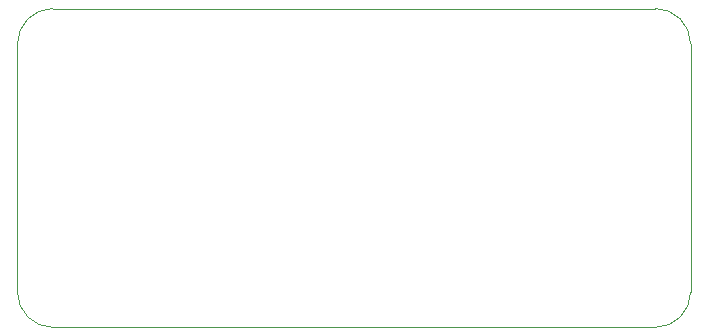
<source format=gm1>
%TF.GenerationSoftware,KiCad,Pcbnew,(7.0.0)*%
%TF.CreationDate,2023-04-14T14:14:43+01:00*%
%TF.ProjectId,CANRepIso,43414e52-6570-4497-936f-2e6b69636164,rev?*%
%TF.SameCoordinates,Original*%
%TF.FileFunction,Profile,NP*%
%FSLAX46Y46*%
G04 Gerber Fmt 4.6, Leading zero omitted, Abs format (unit mm)*
G04 Created by KiCad (PCBNEW (7.0.0)) date 2023-04-14 14:14:43*
%MOMM*%
%LPD*%
G01*
G04 APERTURE LIST*
%TA.AperFunction,Profile*%
%ADD10C,0.100000*%
%TD*%
G04 APERTURE END LIST*
D10*
X115000000Y-83000000D02*
X166000000Y-83000000D01*
X166000000Y-110000000D02*
G75*
G03*
X169000000Y-107000000I0J3000000D01*
G01*
X115000000Y-83000000D02*
G75*
G03*
X112000000Y-86000000I0J-3000000D01*
G01*
X115000000Y-110000000D02*
X166000000Y-110000000D01*
X169000000Y-107000000D02*
X169000000Y-86000000D01*
X112000000Y-107000000D02*
G75*
G03*
X115000000Y-110000000I3000000J0D01*
G01*
X112000000Y-86000000D02*
X112000000Y-107000000D01*
X169000000Y-86000000D02*
G75*
G03*
X166000000Y-83000000I-3000000J0D01*
G01*
M02*

</source>
